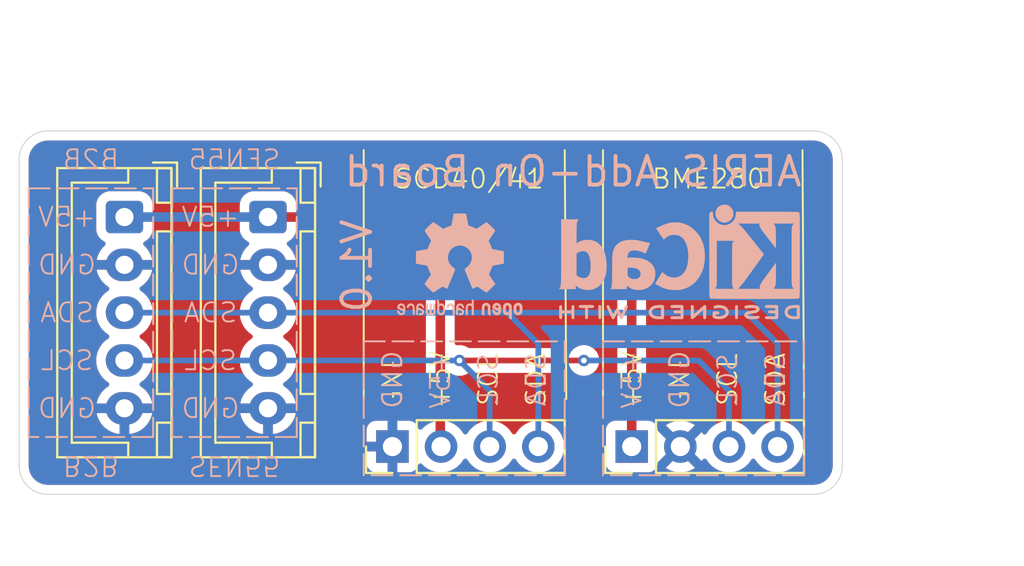
<source format=kicad_pcb>
(kicad_pcb (version 20241229) (generator "pcbnew") (generator_version "9.0")
  (layers (0 "F.Cu" signal) (2 "B.Cu" signal) (13 "F.Paste" user) (15 "B.Paste" user) (5 "F.SilkS" user "F.Silkscreen") (7 "B.SilkS" user "B.Silkscreen") (1 "F.Mask" user) (3 "B.Mask" user) (25 "Edge.Cuts" user))
  (net 0 "")
  (net 1 "/GND")
  (net 2 "/+5V")
  (net 3 "/SDA")
  (net 4 "/SCL")
  (footprint "Connector_PinHeader_2.54mm:PinHeader_1x04_P2.54mm_Vertical" (layer "F.Cu") (at 132 117 90)
    (property "Reference" "J3" (hide yes))
    (property "Value" "Conn_01x04_Pin")
    (pad "1" thru_hole rect (at 0 0 90) (size 1.7 1.7) (drill 1) (layers "*.Cu" "*.Mask") (net 2 "/+5V"))
    (pad "2" thru_hole circle (at 0 2.54 90) (size 1.7 1.7) (drill 1) (layers "*.Cu" "*.Mask") (net 1 "/GND"))
    (pad "3" thru_hole circle (at 0 5.08 90) (size 1.7 1.7) (drill 1) (layers "*.Cu" "*.Mask") (net 4 "/SCL"))
    (pad "4" thru_hole circle (at 0 7.62 90) (size 1.7 1.7) (drill 1) (layers "*.Cu" "*.Mask") (net 3 "/SDA"))
  )
  (footprint "Connector_JST:JST_XH_B5B-XH-A_1x05_P2.50mm_Vertical" (layer "F.Cu") (at 113 105 -90)
    (property "Reference" "J2" (hide yes))
    (property "Value" "Conn_01x05_Socket")
    (pad "1" thru_hole roundrect (at 0 0 270) (size 1.7 1.95) (drill 0.95) (layers "*.Cu" "*.Mask") (roundrect_rratio 0.147059) (net 2 "/+5V"))
    (pad "2" thru_hole oval (at 2.5 0 270) (size 1.7 1.95) (drill 0.95) (layers "*.Cu" "*.Mask") (net 1 "/GND"))
    (pad "3" thru_hole oval (at 5 0 270) (size 1.7 1.95) (drill 0.95) (layers "*.Cu" "*.Mask") (net 3 "/SDA"))
    (pad "4" thru_hole oval (at 7.5 0 270) (size 1.7 1.95) (drill 0.95) (layers "*.Cu" "*.Mask") (net 4 "/SCL"))
    (pad "5" thru_hole oval (at 10 0 270) (size 1.7 1.95) (drill 0.95) (layers "*.Cu" "*.Mask") (net 1 "/GND"))
  )
  (footprint "Connector_PinHeader_2.54mm:PinHeader_1x04_P2.54mm_Vertical" (layer "F.Cu") (at 119.5 117 90)
    (property "Reference" "J4" (hide yes))
    (property "Value" "Conn_01x04_Pin")
    (pad "1" thru_hole rect (at 0 0 90) (size 1.7 1.7) (drill 1) (layers "*.Cu" "*.Mask") (net 1 "/GND"))
    (pad "2" thru_hole circle (at 0 2.54 90) (size 1.7 1.7) (drill 1) (layers "*.Cu" "*.Mask") (net 2 "/+5V"))
    (pad "3" thru_hole circle (at 0 5.08 90) (size 1.7 1.7) (drill 1) (layers "*.Cu" "*.Mask") (net 4 "/SCL"))
    (pad "4" thru_hole circle (at 0 7.62 90) (size 1.7 1.7) (drill 1) (layers "*.Cu" "*.Mask") (net 3 "/SDA"))
  )
  (footprint "Connector_JST:JST_XH_B5B-XH-A_1x05_P2.50mm_Vertical" (layer "F.Cu") (at 105.5 105 -90)
    (property "Reference" "J1" (hide yes))
    (property "Value" "Conn_01x05_Socket")
    (pad "1" thru_hole roundrect (at 0 0 270) (size 1.7 1.95) (drill 0.95) (layers "*.Cu" "*.Mask") (roundrect_rratio 0.147059) (net 2 "/+5V"))
    (pad "2" thru_hole oval (at 2.5 0 270) (size 1.7 1.95) (drill 0.95) (layers "*.Cu" "*.Mask") (net 1 "/GND"))
    (pad "3" thru_hole oval (at 5 0 270) (size 1.7 1.95) (drill 0.95) (layers "*.Cu" "*.Mask") (net 3 "/SDA"))
    (pad "4" thru_hole oval (at 7.5 0 270) (size 1.7 1.95) (drill 0.95) (layers "*.Cu" "*.Mask") (net 4 "/SCL"))
    (pad "5" thru_hole oval (at 10 0 270) (size 1.7 1.95) (drill 0.95) (layers "*.Cu" "*.Mask") (net 1 "/GND"))
  )
  (footprint "Symbol:KiCad-Logo2_5mm_SilkScreen" (layer "B.Cu") (at 134.5 107.334319 180)
    (property "Reference" "REF**" (hide yes))
    (property "Value" "KiCad-Logo2_5mm_SilkScreen" (hide yes))
  )
  (footprint "Symbol:OSHW-Logo2_7.3x6mm_SilkScreen" (layer "B.Cu") (at 123.024204 107.576766 180)
    (property "Reference" "REF**" (hide yes))
    (property "Value" "OSHW-Logo2_7.3x6mm_SilkScreen" (hide yes))
  )
  (gr_line (start 130.5 114.5) (end 130.5 101.5) (stroke (width 0.1)) (layer "F.SilkS"))
  (gr_line (start 140.92 101.5) (end 141 114.5) (stroke (width 0.1)) (layer "F.SilkS"))
  (gr_line (start 118 114.5) (end 118 101.5) (stroke (width 0.1)) (layer "F.SilkS"))
  (gr_line (start 128.501564 101.5) (end 128.581564 114.514858) (stroke (width 0.1)) (layer "F.SilkS"))
  (gr_rect (start 100.5 103.5) (end 107 116.5) (stroke (width 0.1) (type dash)) (fill no) (layer "B.SilkS"))
  (gr_rect (start 118 111.5) (end 128.5 118.5) (stroke (width 0.1) (type dash)) (fill no) (layer "B.SilkS"))
  (gr_rect (start 130.5 111.5) (end 141 118.5) (stroke (width 0.1) (type dash)) (fill no) (layer "B.SilkS"))
  (gr_rect (start 108 103.5) (end 114.5 116.5) (stroke (width 0.1) (type dash)) (fill no) (layer "B.SilkS"))
  (gr_arc (start 143 118) (mid 142.56066 119.06066) (end 141.5 119.5) (stroke (width 0.05)) (layer "Edge.Cuts"))
  (gr_arc (start 101.5 119.5) (mid 100.43934 119.06066) (end 100 118) (stroke (width 0.05)) (layer "Edge.Cuts"))
  (gr_line (start 143 118) (end 143 102) (stroke (width 0.05)) (layer "Edge.Cuts"))
  (gr_line (start 141.5 100.5) (end 101.5 100.5) (stroke (width 0.05)) (layer "Edge.Cuts"))
  (gr_arc (start 100 102) (mid 100.43934 100.93934) (end 101.5 100.5) (stroke (width 0.05)) (layer "Edge.Cuts"))
  (gr_line (start 100 102) (end 100 118) (stroke (width 0.05)) (layer "Edge.Cuts"))
  (gr_line (start 101.5 119.5) (end 141.5 119.5) (stroke (width 0.05)) (layer "Edge.Cuts"))
  (gr_arc (start 141.5 100.5) (mid 142.56066 100.93934) (end 143 102) (stroke (width 0.05)) (layer "Edge.Cuts"))
  (gr_text "SDA" (at 139.5 113.5 90) (layer "F.SilkS") (effects (font (size 1 1) (thickness 0.1))))
  (gr_text "SCD40/41" (at 123.5 103 0) (layer "F.SilkS") (effects (font (size 1 1) (thickness 0.1))))
  (gr_text "SCL\n" (at 124.5 113.5 90) (layer "F.SilkS") (effects (font (size 1 1) (thickness 0.1))))
  (gr_text "+5V" (at 132 113.5 90) (layer "F.SilkS") (effects (font (size 1 1) (thickness 0.1))))
  (gr_text "SDA" (at 127 113.5 90) (layer "F.SilkS") (effects (font (size 1 1) (thickness 0.1))))
  (gr_text "GND" (at 134.5 113.5 90) (layer "F.SilkS") (effects (font (size 1 1) (thickness 0.1))))
  (gr_text "GND" (at 119.5 113.5 90) (layer "F.SilkS") (effects (font (size 1 1) (thickness 0.1))))
  (gr_text "+5V" (at 122 113.5 90) (layer "F.SilkS") (effects (font (size 1 1) (thickness 0.1))))
  (gr_text "BME280" (at 136 103 0) (layer "F.SilkS") (effects (font (size 1 1) (thickness 0.1))))
  (gr_text "SCL\n" (at 137 113.5 90) (layer "F.SilkS") (effects (font (size 1 1) (thickness 0.1))))
  (gr_text "AERIS Add-On Board" (at 141 103.5 0) (layer "B.SilkS") (effects (font (size 1.5 1.5) (thickness 0.2) (bold yes)) (justify left bottom mirror)))
  (gr_text "+5V" (at 132 113.5 -270) (layer "B.SilkS") (effects (font (size 1 1) (thickness 0.1)) (justify mirror)))
  (gr_text "GND" (at 102.5 107.5 0) (layer "B.SilkS") (effects (font (size 1 1) (thickness 0.1)) (justify mirror)))
  (gr_text "SCL\n" (at 124.5 113.5 90) (layer "B.SilkS") (effects (font (size 1 1) (thickness 0.1)) (justify mirror)))
  (gr_text "SEN55" (at 111.25 118 180) (layer "B.SilkS") (effects (font (size 1 1) (thickness 0.1)) (justify mirror)))
  (gr_text "B2B" (at 103.75 102 0) (layer "B.SilkS") (effects (font (size 1 1) (thickness 0.1)) (justify mirror)))
  (gr_text "SCL\n" (at 102.5 112.5 0) (layer "B.SilkS") (effects (font (size 1 1) (thickness 0.1)) (justify mirror)))
  (gr_text "+5V" (at 122 113.5 90) (layer "B.SilkS") (effects (font (size 1 1) (thickness 0.1)) (justify mirror)))
  (gr_text "B2B" (at 103.75 118 180) (layer "B.SilkS") (effects (font (size 1 1) (thickness 0.1)) (justify mirror)))
  (gr_text "SDA" (at 139.5 113.5 -270) (layer "B.SilkS") (effects (font (size 1 1) (thickness 0.1)) (justify mirror)))
  (gr_text "+5V" (at 102.5 105 0) (layer "B.SilkS") (effects (font (size 1 1) (thickness 0.1)) (justify mirror)))
  (gr_text "SDA" (at 127 113.5 90) (layer "B.SilkS") (effects (font (size 1 1) (thickness 0.1)) (justify mirror)))
  (gr_text "V1.0" (at 118.524204 105 90) (layer "B.SilkS") (effects (font (size 1.5 1.5) (thickness 0.2) (bold yes)) (justify left bottom mirror)))
  (gr_text "SDA" (at 110 110 0) (layer "B.SilkS") (effects (font (size 1 1) (thickness 0.1)) (justify mirror)))
  (gr_text "+5V" (at 110 105 0) (layer "B.SilkS") (effects (font (size 1 1) (thickness 0.1)) (justify mirror)))
  (gr_text "GND" (at 119.5 113.5 90) (layer "B.SilkS") (effects (font (size 1 1) (thickness 0.1)) (justify mirror)))
  (gr_text "SDA" (at 102.5 110 0) (layer "B.SilkS") (effects (font (size 1 1) (thickness 0.1)) (justify mirror)))
  (gr_text "GND" (at 102.5 115 0) (layer "B.SilkS") (effects (font (size 1 1) (thickness 0.1)) (justify mirror)))
  (gr_text "SCL\n" (at 110 112.5 0) (layer "B.SilkS") (effects (font (size 1 1) (thickness 0.1)) (justify mirror)))
  (gr_text "GND" (at 134.5 113.5 -270) (layer "B.SilkS") (effects (font (size 1 1) (thickness 0.1)) (justify mirror)))
  (gr_text "SEN55" (at 111.25 102 0) (layer "B.SilkS") (effects (font (size 1 1) (thickness 0.1)) (justify mirror)))
  (gr_text "SCL\n" (at 137 113.5 -270) (layer "B.SilkS") (effects (font (size 1 1) (thickness 0.1)) (justify mirror)))
  (gr_text "GND" (at 110 107.5 0) (layer "B.SilkS") (effects (font (size 1 1) (thickness 0.1)) (justify mirror)))
  (gr_text "GND" (at 110 115 0) (layer "B.SilkS") (effects (font (size 1 1) (thickness 0.1)) (justify mirror)))
  (segment (start 130.5 105) (end 132 106.5) (width 0.5) (layer "F.Cu") (net 2))
  (segment (start 113 105) (end 120.5 105) (width 0.5) (layer "F.Cu") (net 2))
  (segment (start 120.5 105) (end 122 106.5) (width 0.5) (layer "F.Cu") (net 2))
  (segment (start 132 106.5) (end 132 117) (width 0.5) (layer "F.Cu") (net 2))
  (segment (start 122 107.5) (end 122 116.92) (width 0.5) (layer "F.Cu") (net 2))
  (segment (start 122 116.92) (end 121.92 117) (width 0.3) (layer "F.Cu") (net 2))
  (segment (start 132 116.96) (end 131.96 117) (width 0.5) (layer "F.Cu") (net 2))
  (segment (start 122 106.5) (end 122 107.5) (width 0.5) (layer "F.Cu") (net 2))
  (segment (start 120.5 105) (end 130.5 105) (width 0.5) (layer "F.Cu") (net 2))
  (segment (start 105.5 105) (end 113 105) (width 0.5) (layer "B.Cu") (net 2))
  (segment (start 138 110) (end 139.62 111.62) (width 0.3) (layer "B.Cu") (net 3))
  (segment (start 125.5 110) (end 138 110) (width 0.3) (layer "B.Cu") (net 3))
  (segment (start 125.5 110) (end 127.12 111.62) (width 0.3) (layer "B.Cu") (net 3))
  (segment (start 105.5 110) (end 113 110) (width 0.3) (layer "B.Cu") (net 3))
  (segment (start 140 116.92) (end 140.08 117) (width 0.3) (layer "B.Cu") (net 3))
  (segment (start 139.62 111.62) (end 139.62 117) (width 0.3) (layer "B.Cu") (net 3))
  (segment (start 113 110) (end 125.5 110) (width 0.3) (layer "B.Cu") (net 3))
  (segment (start 127.12 111.62) (end 127.12 117) (width 0.3) (layer "B.Cu") (net 3))
  (segment (start 123 112.5) (end 129.5 112.5) (width 0.3) (layer "F.Cu") (net 4))
  (via (at 129.5 112.5) (size 0.6) (drill 0.3) (layers "F.Cu" "B.Cu") (net 4))
  (via (at 123 112.5) (size 0.6) (drill 0.3) (layers "F.Cu" "B.Cu") (net 4))
  (segment (start 129.5 112.5) (end 135.5 112.5) (width 0.3) (layer "B.Cu") (net 4))
  (segment (start 123 112.5) (end 124.58 114.08) (width 0.3) (layer "B.Cu") (net 4))
  (segment (start 135.5 112.5) (end 137.08 114.08) (width 0.3) (layer "B.Cu") (net 4))
  (segment (start 105.5 112.5) (end 113 112.5) (width 0.3) (layer "B.Cu") (net 4))
  (segment (start 137.5 116.96) (end 137.54 117) (width 0.3) (layer "B.Cu") (net 4))
  (segment (start 137.08 114.08) (end 137.08 117) (width 0.3) (layer "B.Cu") (net 4))
  (segment (start 124.58 114.08) (end 124.58 117) (width 0.3) (layer "B.Cu") (net 4))
  (segment (start 124.5 116.96) (end 124.46 117) (width 0.3) (layer "B.Cu") (net 4))
  (segment (start 113 112.5) (end 123 112.5) (width 0.3) (layer "B.Cu") (net 4))
  (zone (net 1) (net_name "/GND") (layers "F.Cu" "B.Cu") (connect_pads (clearance 0.5)) (min_thickness 0.25) (fill yes (thermal_gap 0.5) (thermal_bridge_width 0.5))
    (polygon (pts (xy 99 99.5) (xy 144 99.5) (xy 144 120.5) (xy 99 120.5)))
  )
)
</source>
